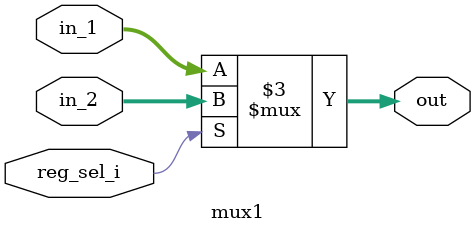
<source format=sv>
`timescale 1ns / 1ps

module mux1(
    input logic [31:0] in_1,
    input logic [31:0] in_2,
    input logic reg_sel_i,
    output logic [31:0] out
    );
    
always_comb begin
    if (reg_sel_i)
        out = in_2;
    else
        out = in_1;
end
endmodule
</source>
